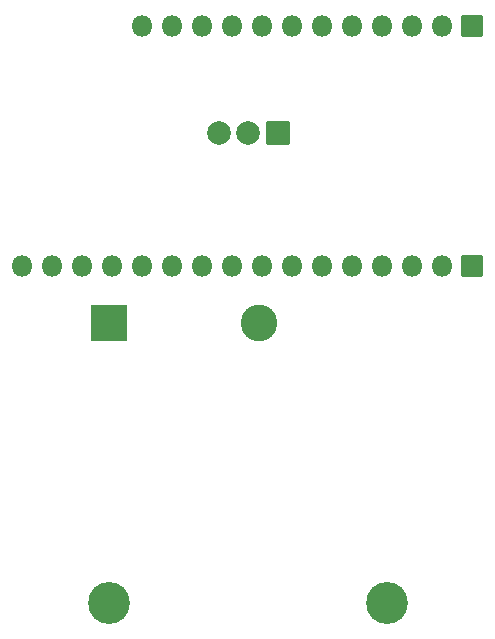
<source format=gbs>
%TF.GenerationSoftware,KiCad,Pcbnew,(6.0.0-0)*%
%TF.CreationDate,2022-01-26T12:17:13+01:00*%
%TF.ProjectId,burrboard,62757272-626f-4617-9264-2e6b69636164,v2.0*%
%TF.SameCoordinates,Original*%
%TF.FileFunction,Soldermask,Bot*%
%TF.FilePolarity,Negative*%
%FSLAX46Y46*%
G04 Gerber Fmt 4.6, Leading zero omitted, Abs format (unit mm)*
G04 Created by KiCad (PCBNEW (6.0.0-0)) date 2022-01-26 12:17:13*
%MOMM*%
%LPD*%
G01*
G04 APERTURE LIST*
G04 Aperture macros list*
%AMRoundRect*
0 Rectangle with rounded corners*
0 $1 Rounding radius*
0 $2 $3 $4 $5 $6 $7 $8 $9 X,Y pos of 4 corners*
0 Add a 4 corners polygon primitive as box body*
4,1,4,$2,$3,$4,$5,$6,$7,$8,$9,$2,$3,0*
0 Add four circle primitives for the rounded corners*
1,1,$1+$1,$2,$3*
1,1,$1+$1,$4,$5*
1,1,$1+$1,$6,$7*
1,1,$1+$1,$8,$9*
0 Add four rect primitives between the rounded corners*
20,1,$1+$1,$2,$3,$4,$5,0*
20,1,$1+$1,$4,$5,$6,$7,0*
20,1,$1+$1,$6,$7,$8,$9,0*
20,1,$1+$1,$8,$9,$2,$3,0*%
G04 Aperture macros list end*
%ADD10O,1.801600X1.801600*%
%ADD11RoundRect,0.050800X-0.850000X0.850000X-0.850000X-0.850000X0.850000X-0.850000X0.850000X0.850000X0*%
%ADD12C,3.551600*%
%ADD13RoundRect,0.050800X-1.500000X1.500000X-1.500000X-1.500000X1.500000X-1.500000X1.500000X1.500000X0*%
%ADD14C,3.101600*%
%ADD15C,2.001600*%
%ADD16RoundRect,0.050800X0.950000X0.950000X-0.950000X0.950000X-0.950000X-0.950000X0.950000X-0.950000X0*%
G04 APERTURE END LIST*
D10*
%TO.C,J1*%
X185242200Y-84886800D03*
X187782200Y-84886800D03*
X190322200Y-84886800D03*
X192862200Y-84886800D03*
X195402200Y-84886800D03*
X197942200Y-84886800D03*
X200482200Y-84886800D03*
X203022200Y-84886800D03*
X205562200Y-84886800D03*
X208102200Y-84886800D03*
X210642200Y-84886800D03*
X213182200Y-84886800D03*
X215722200Y-84886800D03*
X218262200Y-84886800D03*
X220802200Y-84886800D03*
D11*
X223342200Y-84886800D03*
%TD*%
D10*
%TO.C,J2*%
X195402200Y-64566800D03*
X197942200Y-64566800D03*
X200482200Y-64566800D03*
X203022200Y-64566800D03*
X205562200Y-64566800D03*
X208102200Y-64566800D03*
X210642200Y-64566800D03*
X213182200Y-64566800D03*
X215722200Y-64566800D03*
X218262200Y-64566800D03*
X220802200Y-64566800D03*
D11*
X223342200Y-64566800D03*
%TD*%
D12*
%TO.C,BT1*%
X216108200Y-113432800D03*
X192608200Y-113432800D03*
D13*
X192608200Y-89712800D03*
D14*
X205308200Y-89712800D03*
%TD*%
D15*
%TO.C,S3*%
X201850000Y-73660000D03*
X204350000Y-73660000D03*
D16*
X206850000Y-73660000D03*
%TD*%
M02*

</source>
